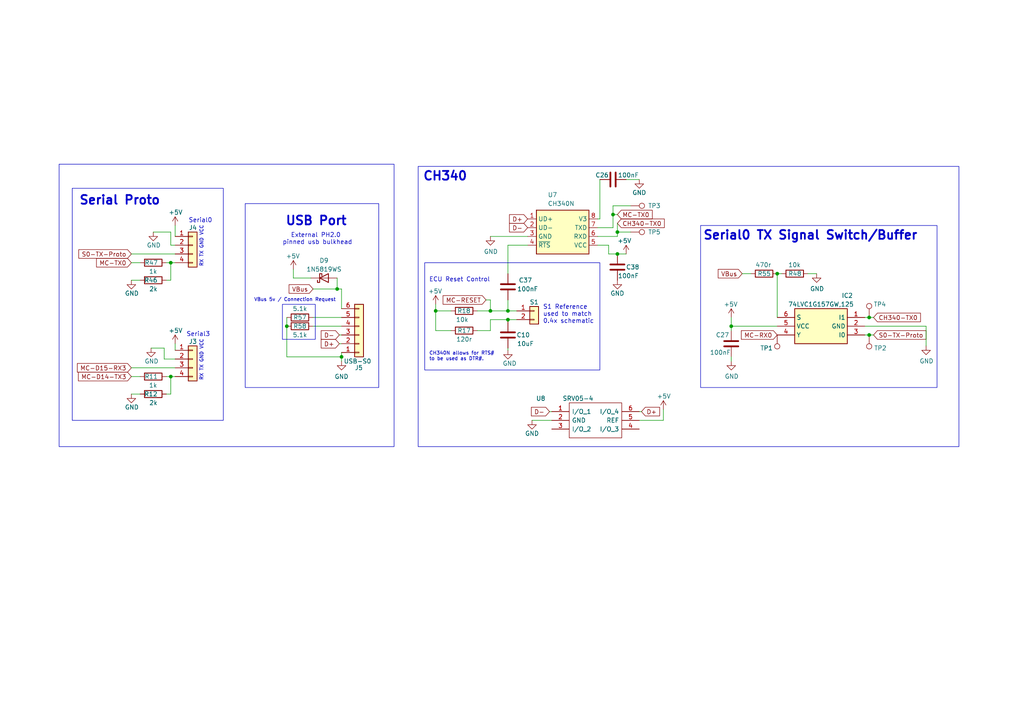
<source format=kicad_sch>
(kicad_sch (version 20250114) (generator "eeschema") (generator_version "9.0")
  (paper "A4")
  (title_block (title "Spark Gap x4") (date "2025-05-18") (rev "C") (company "OpenLogicEFI") (comment 1 "openlogicefi.com"))
  (lib_symbols
    (symbol "74LVC1G157GW_125:74LVC1G157GW,125"
      (property "Reference" "IC" (at 21.59 7.62 0))
      (property "Value" "74LVC1G157GW,125" (at 21.59 5.08 0))
      (symbol "74LVC1G157GW,125_1_1"
        (rectangle (start 5.08 2.54) (end 20.32 -7.62) (stroke (width 0.254)) (fill (type background)))
        (pin passive line (at 0 0 0) (length 5.08) (name "I1") (number "1"))
        (pin passive line (at 0 -2.54 0) (length 5.08) (name "GND") (number "2"))
        (pin passive line (at 0 -5.08 0) (length 5.08) (name "I0") (number "3"))
        (pin passive line (at 25.4 0 180) (length 5.08) (name "S") (number "6"))
        (pin passive line (at 25.4 -2.54 180) (length 5.08) (name "VCC") (number "5"))
        (pin passive line (at 25.4 -5.08 180) (length 5.08) (name "Y") (number "4"))
      )
    )
    (symbol "CH340C_1"
      (property "Reference" "U?" (at -4.3306 17.145 0))
      (property "Value" "CH340C_1" (at -4.3306 14.605 0))
      (symbol "CH340C_1_0_1"
        (rectangle (start -7.62 12.7) (end 7.62 0) (stroke (width 0.254)) (fill (type background)))
      )
      (symbol "CH340C_1_1_1"
        (pin bidirectional line (at -10.16 10.16 0) (length 2.54) (name "UD+") (number "1"))
        (pin bidirectional line (at -10.16 7.62 0) (length 2.54) (name "UD-") (number "2"))
        (pin power_in line (at -10.16 5.08 0) (length 2.54) (name "GND") (number "3"))
        (pin output line (at -10.16 2.54 0) (length 2.54) (name "~{RTS}") (number "4"))
        (pin passive line (at 10.16 10.16 180) (length 2.54) (name "V3") (number "8"))
        (pin output line (at 10.16 7.62 180) (length 2.54) (name "TXD") (number "7"))
        (pin input line (at 10.16 5.08 180) (length 2.54) (name "RXD") (number "6"))
        (pin power_in line (at 10.16 2.54 180) (length 2.54) (name "VCC") (number "5"))
      )
    )
    (symbol "Connector:TestPoint" (pin_numbers (hide yes)) (pin_names (offset 0.762) (hide yes))
      (property "Reference" "TP" (at 0 6.858 0))
      (property "Value" "TestPoint" (at 0 5.08 0))
      (symbol "TestPoint_0_1"
        (circle (center 0 3.302) (radius 0.762))
      )
      (symbol "TestPoint_1_1"
        (pin passive line (at 0 0 90) (length 2.54) (name "1") (number "1"))
      )
    )
    (symbol "Connector_Generic:Conn_01x02" (pin_names (offset 1.016) (hide yes))
      (property "Reference" "J" (at 0 2.54 0))
      (property "Value" "Conn_01x02" (at 0 -5.08 0))
      (symbol "Conn_01x02_1_1"
        (rectangle (start -1.27 1.27) (end 1.27 -3.81) (stroke (width 0.254)) (fill (type background)))
        (rectangle (start -1.27 0.127) (end 0 -0.127) (stroke (width 0.1524)))
        (rectangle (start -1.27 -2.413) (end 0 -2.667) (stroke (width 0.1524)))
        (pin passive line (at -5.08 0 0) (length 3.81) (name "Pin_1") (number "1"))
        (pin passive line (at -5.08 -2.54 0) (length 3.81) (name "Pin_2") (number "2"))
      )
    )
    (symbol "Connector_Generic:Conn_01x04" (pin_names (offset 1.016) (hide yes))
      (property "Reference" "J" (at 0 5.08 0))
      (property "Value" "Conn_01x04" (at 0 -7.62 0))
      (symbol "Conn_01x04_1_1"
        (rectangle (start -1.27 3.81) (end 1.27 -6.35) (stroke (width 0.254)) (fill (type background)))
        (rectangle (start -1.27 2.667) (end 0 2.413) (stroke (width 0.1524)))
        (rectangle (start -1.27 0.127) (end 0 -0.127) (stroke (width 0.1524)))
        (rectangle (start -1.27 -2.413) (end 0 -2.667) (stroke (width 0.1524)))
        (rectangle (start -1.27 -4.953) (end 0 -5.207) (stroke (width 0.1524)))
        (pin passive line (at -5.08 2.54 0) (length 3.81) (name "Pin_1") (number "1"))
        (pin passive line (at -5.08 0 0) (length 3.81) (name "Pin_2") (number "2"))
        (pin passive line (at -5.08 -2.54 0) (length 3.81) (name "Pin_3") (number "3"))
        (pin passive line (at -5.08 -5.08 0) (length 3.81) (name "Pin_4") (number "4"))
      )
    )
    (symbol "Connector_Generic:Conn_01x06" (pin_names (offset 1.016) (hide yes))
      (property "Reference" "J" (at 0 7.62 0))
      (property "Value" "Conn_01x06" (at 0 -10.16 0))
      (symbol "Conn_01x06_1_1"
        (rectangle (start -1.27 6.35) (end 1.27 -8.89) (stroke (width 0.254)) (fill (type background)))
        (rectangle (start -1.27 5.207) (end 0 4.953) (stroke (width 0.1524)))
        (rectangle (start -1.27 2.667) (end 0 2.413) (stroke (width 0.1524)))
        (rectangle (start -1.27 0.127) (end 0 -0.127) (stroke (width 0.1524)))
        (rectangle (start -1.27 -2.413) (end 0 -2.667) (stroke (width 0.1524)))
        (rectangle (start -1.27 -4.953) (end 0 -5.207) (stroke (width 0.1524)))
        (rectangle (start -1.27 -7.493) (end 0 -7.747) (stroke (width 0.1524)))
        (pin passive line (at -5.08 5.08 0) (length 3.81) (name "Pin_1") (number "1"))
        (pin passive line (at -5.08 2.54 0) (length 3.81) (name "Pin_2") (number "2"))
        (pin passive line (at -5.08 0 0) (length 3.81) (name "Pin_3") (number "3"))
        (pin passive line (at -5.08 -2.54 0) (length 3.81) (name "Pin_4") (number "4"))
        (pin passive line (at -5.08 -5.08 0) (length 3.81) (name "Pin_5") (number "5"))
        (pin passive line (at -5.08 -7.62 0) (length 3.81) (name "Pin_6") (number "6"))
      )
    )
    (symbol "Device:C" (pin_numbers (hide yes)) (pin_names (offset 0.254))
      (property "Reference" "C" (at 0.635 2.54 0))
      (property "Value" "C" (at 0.635 -2.54 0))
      (symbol "C_0_1"
        (polyline (pts (xy -2.032 0.762) (xy 2.032 0.762)) (stroke (width 0.508)))
        (polyline (pts (xy -2.032 -0.762) (xy 2.032 -0.762)) (stroke (width 0.508)))
      )
      (symbol "C_1_1"
        (pin passive line (at 0 3.81 270) (length 2.794) (name "~") (number "1"))
        (pin passive line (at 0 -3.81 90) (length 2.794) (name "~") (number "2"))
      )
    )
    (symbol "Device:D_Schottky" (pin_numbers (hide yes)) (pin_names (offset 1.016) (hide yes))
      (property "Reference" "D" (at 0 2.54 0))
      (property "Value" "D_Schottky" (at 0 -2.54 0))
      (symbol "D_Schottky_0_1"
        (polyline (pts (xy -1.905 0.635) (xy -1.905 1.27) (xy -1.27 1.27) (xy -1.27 -1.27) (xy -0.635 -1.27) (xy -0.635 -0.635)) (stroke (width 0.254)))
        (polyline (pts (xy 1.27 1.27) (xy 1.27 -1.27) (xy -1.27 0) (xy 1.27 1.27)) (stroke (width 0.254)))
        (polyline (pts (xy 1.27 0) (xy -1.27 0)))
      )
      (symbol "D_Schottky_1_1"
        (pin passive line (at -3.81 0 0) (length 2.54) (name "K") (number "1"))
        (pin passive line (at 3.81 0 180) (length 2.54) (name "A") (number "2"))
      )
    )
    (symbol "Device:R" (pin_numbers (hide yes)) (pin_names (offset 0))
      (property "Reference" "R" (at 2.032 0 90))
      (property "Value" "R" (at 0 0 90))
      (symbol "R_0_1"
        (rectangle (start -1.016 -2.54) (end 1.016 2.54) (stroke (width 0.254)))
      )
      (symbol "R_1_1"
        (pin passive line (at 0 3.81 270) (length 1.27) (name "~") (number "1"))
        (pin passive line (at 0 -3.81 90) (length 1.27) (name "~") (number "2"))
      )
    )
    (symbol "Pre_Ignition-rescue:SRV05-4-P-T7-SRV05-4-P-T7-Pre_Ignition-rescue-Pre_Ignition-rescue-Pre_Ignition-rescue" (pin_names (offset 0.762))
      (property "Reference" "U1" (at 1.905 3.81 0))
      (property "Value" "SRV05-4-P-T7" (at 12.7 3.81 0))
      (symbol "SRV05-4-P-T7-SRV05-4-P-T7-Pre_Ignition-rescue-Pre_Ignition-rescue-Pre_Ignition-rescue_0_0"
        (pin passive line (at 5.08 0 0) (length 5.08) (name "I/O_1") (number "1"))
        (pin passive line (at 5.08 -2.54 0) (length 5.08) (name "GND") (number "2"))
        (pin passive line (at 5.08 -5.08 0) (length 5.08) (name "I/O_2") (number "3"))
        (pin passive line (at 30.48 0 180) (length 5.08) (name "I/O_4") (number "6"))
        (pin passive line (at 30.48 -2.54 180) (length 5.08) (name "REF") (number "5"))
        (pin passive line (at 30.48 -5.08 180) (length 5.08) (name "I/O_3") (number "4"))
      )
      (symbol "SRV05-4-P-T7-SRV05-4-P-T7-Pre_Ignition-rescue-Pre_Ignition-rescue-Pre_Ignition-rescue_0_1"
        (polyline (pts (xy 10.16 2.54) (xy 25.4 2.54) (xy 25.4 -7.62) (xy 10.16 -7.62) (xy 10.16 2.54)) (stroke (width 0.1524)))
      )
    )
    (symbol "power:+5V" (power) (pin_names (offset 0))
      (property "Value" "+5V" (at 0 3.556 0))
      (symbol "+5V_0_1"
        (polyline (pts (xy -0.762 1.27) (xy 0 2.54)))
        (polyline (pts (xy 0 2.54) (xy 0.762 1.27)))
        (polyline (pts (xy 0 0) (xy 0 2.54)))
      )
      (symbol "+5V_1_1"
        (pin power_in line (at 0 0 90) (length 0) (hide yes) (name "+5V") (number "1"))
      )
    )
    (symbol "power:GND" (power) (pin_names (offset 0))
      (property "Value" "GND" (at 0 -3.81 0))
      (symbol "GND_0_1"
        (polyline (pts (xy 0 0) (xy 0 -1.27) (xy 1.27 -1.27) (xy 0 -2.54) (xy -1.27 -1.27) (xy 0 -1.27)))
      )
      (symbol "GND_1_1"
        (pin power_in line (at 0 0 270) (length 0) (hide yes) (name "GND") (number "1"))
      )
    )
  )
  (rectangle (start 121.285 48.26) (end 278.13 129.54))
  (rectangle (start 203.2 65.405) (end 271.78 112.395))
  (rectangle (start 81.915 88.265) (end 91.44 98.425))
  (rectangle (start 17.145 47.625) (end 114.3 129.54))
  (rectangle (start 71.12 59.055) (end 109.855 112.395))
  (rectangle (start 20.955 54.61) (end 64.77 121.92))
  (rectangle (start 123.19 76.2) (end 173.99 107.315))
  (text "CH340" (at 122.555 52.705 0) (effects (font (size 2.54 2.54) (thickness 0.508) (bold yes)) (justify left bottom)))
  (text "RX TX GND VCC" (at 59.055 65.405 90) (effects (font (size 1 1)) (justify right bottom)))
  (text "Serial3" (at 60.96 97.79 0) (effects (font (size 1.27 1.27)) (justify right bottom)))
  (text "S1 Reference\nused to match\n0.4x schematic" (at 157.48 93.98 0) (effects (font (size 1.27 1.27)) (justify left bottom)))
  (text "External PH2.0 \npinned usb bulkhead" (at 92.075 69.342 0) (effects (font (size 1.27 1.27))))
  (text "Serial0" (at 61.595 64.77 0) (effects (font (size 1.27 1.27)) (justify right bottom)))
  (text "ECU Reset Control" (at 124.46 81.915 0) (effects (font (size 1.25 1.25)) (justify left bottom)))
  (text "VBus 5v / Connection Request" (at 73.66 87.63 0) (effects (font (size 1 1)) (justify left bottom)))
  (text "RX TX GND VCC" (at 59.055 98.425 90) (effects (font (size 1 1)) (justify right bottom)))
  (text "Serial0 TX Signal Switch/Buffer" (at 203.835 69.85 0) (effects (font (size 2.54 2.54) (thickness 0.508) (bold yes)) (justify left bottom)))
  (text "USB Port" (at 82.677 65.659 0) (effects (font (size 2.54 2.54) (thickness 0.508) (bold yes)) (justify left bottom)))
  (text "CH340N allows for RTS#\nto be used as DTR#." (at 124.46 104.775 0) (effects (font (size 1 1)) (justify left bottom)))
  (text "Serial Proto" (at 22.86 59.69 0) (effects (font (size 2.54 2.54) (thickness 0.508) (bold yes)) (justify left bottom)))
  (junction (at 212.09 94.615))
  (junction (at 147.32 92.71))
  (junction (at 126.365 90.17))
  (junction (at 142.24 90.17))
  (junction (at 49.53 109.22))
  (junction (at 179.07 73.66))
  (junction (at 83.185 94.615))
  (junction (at 99.06 103.505))
  (junction (at 147.32 90.17))
  (junction (at 97.79 83.82))
  (junction (at 49.53 76.2))
  (junction (at 179.07 67.31))
  (junction (at 225.425 79.375))
  (junction (at 252.095 92.075))
  (junction (at 252.095 97.155))
  (junction (at 177.8 62.23))
  (wire (pts (xy 47.625 100.965) (xy 43.815 100.965)))
  (wire (pts (xy 48.26 114.3) (xy 49.53 114.3)))
  (wire (pts (xy 226.695 79.375) (xy 225.425 79.375)))
  (wire (pts (xy 252.095 97.155) (xy 250.825 97.155)))
  (wire (pts (xy 154.305 121.92) (xy 160.02 121.92)))
  (wire (pts (xy 47.625 104.14) (xy 47.625 100.965)))
  (wire (pts (xy 225.425 79.375) (xy 225.425 92.075)))
  (wire (pts (xy 85.09 80.645) (xy 90.17 80.645)))
  (wire (pts (xy 40.64 114.3) (xy 38.1 114.3)))
  (wire (pts (xy 138.43 90.17) (xy 142.24 90.17)))
  (wire (pts (xy 186.055 119.38) (xy 185.42 119.38)))
  (wire (pts (xy 126.365 88.265) (xy 126.365 90.17)))
  (wire (pts (xy 48.26 109.22) (xy 49.53 109.22)))
  (wire (pts (xy 142.24 86.995) (xy 142.24 90.17)))
  (wire (pts (xy 268.605 94.615) (xy 250.825 94.615)))
  (wire (pts (xy 159.385 119.38) (xy 160.02 119.38)))
  (wire (pts (xy 179.07 67.31) (xy 182.88 67.31)))
  (wire (pts (xy 40.64 109.22) (xy 38.1 109.22)))
  (wire (pts (xy 173.99 63.5) (xy 173.355 63.5)))
  (wire (pts (xy 83.185 94.615) (xy 83.185 103.505)))
  (wire (pts (xy 44.45 67.31) (xy 49.53 67.31)))
  (wire (pts (xy 97.79 80.645) (xy 97.79 83.82)))
  (wire (pts (xy 50.8 71.12) (xy 49.53 71.12)))
  (wire (pts (xy 185.42 52.07) (xy 181.61 52.07)))
  (wire (pts (xy 176.53 71.12) (xy 173.355 71.12)))
  (wire (pts (xy 212.09 92.075) (xy 212.09 94.615)))
  (wire (pts (xy 99.06 103.505) (xy 99.06 104.775)))
  (wire (pts (xy 83.185 92.075) (xy 83.185 94.615)))
  (wire (pts (xy 179.07 67.31) (xy 179.07 64.77)))
  (wire (pts (xy 179.07 68.58) (xy 173.355 68.58)))
  (wire (pts (xy 99.06 83.82) (xy 99.06 89.535)))
  (wire (pts (xy 38.1 81.28) (xy 40.64 81.28)))
  (wire (pts (xy 212.09 95.885) (xy 212.09 94.615)))
  (wire (pts (xy 50.8 99.695) (xy 50.8 101.6)))
  (wire (pts (xy 147.32 93.345) (xy 147.32 92.71)))
  (wire (pts (xy 50.8 104.14) (xy 47.625 104.14)))
  (wire (pts (xy 126.365 90.17) (xy 126.365 95.885)))
  (wire (pts (xy 90.805 92.075) (xy 99.06 92.075)))
  (wire (pts (xy 147.32 71.12) (xy 147.32 79.375)))
  (wire (pts (xy 142.24 92.71) (xy 147.32 92.71)))
  (wire (pts (xy 225.425 94.615) (xy 212.09 94.615)))
  (wire (pts (xy 192.405 121.92) (xy 185.42 121.92)))
  (wire (pts (xy 98.425 99.695) (xy 99.06 99.695)))
  (wire (pts (xy 97.79 83.82) (xy 99.06 83.82)))
  (wire (pts (xy 49.53 81.28) (xy 49.53 76.2)))
  (wire (pts (xy 253.365 92.075) (xy 252.095 92.075)))
  (wire (pts (xy 236.855 79.375) (xy 234.315 79.375)))
  (wire (pts (xy 177.8 59.69) (xy 182.88 59.69)))
  (wire (pts (xy 98.425 97.155) (xy 99.06 97.155)))
  (wire (pts (xy 99.06 102.235) (xy 99.06 103.505)))
  (wire (pts (xy 48.26 76.2) (xy 49.53 76.2)))
  (wire (pts (xy 142.24 95.885) (xy 138.43 95.885)))
  (wire (pts (xy 177.8 66.04) (xy 173.355 66.04)))
  (wire (pts (xy 212.09 104.775) (xy 212.09 103.505)))
  (wire (pts (xy 140.97 86.995) (xy 142.24 86.995)))
  (wire (pts (xy 147.32 101.6) (xy 147.32 100.965)))
  (wire (pts (xy 147.32 86.995) (xy 147.32 90.17)))
  (wire (pts (xy 48.26 81.28) (xy 49.53 81.28)))
  (wire (pts (xy 179.07 62.23) (xy 177.8 62.23)))
  (wire (pts (xy 38.1 106.68) (xy 50.8 106.68)))
  (wire (pts (xy 142.24 68.58) (xy 153.035 68.58)))
  (wire (pts (xy 176.53 73.66) (xy 176.53 71.12)))
  (wire (pts (xy 49.53 67.31) (xy 49.53 71.12)))
  (wire (pts (xy 192.405 118.745) (xy 192.405 121.92)))
  (wire (pts (xy 173.99 52.07) (xy 173.99 63.5)))
  (wire (pts (xy 126.365 90.17) (xy 130.81 90.17)))
  (wire (pts (xy 83.185 103.505) (xy 99.06 103.505)))
  (wire (pts (xy 142.24 92.71) (xy 142.24 95.885)))
  (wire (pts (xy 253.365 97.155) (xy 252.095 97.155)))
  (wire (pts (xy 50.8 68.58) (xy 50.8 65.405)))
  (wire (pts (xy 252.095 92.075) (xy 250.825 92.075)))
  (wire (pts (xy 217.805 79.375) (xy 215.265 79.375)))
  (wire (pts (xy 147.32 90.17) (xy 149.86 90.17)))
  (wire (pts (xy 177.8 62.23) (xy 177.8 66.04)))
  (wire (pts (xy 176.53 73.66) (xy 179.07 73.66)))
  (wire (pts (xy 181.61 73.66) (xy 179.07 73.66)))
  (wire (pts (xy 177.8 59.69) (xy 177.8 62.23)))
  (wire (pts (xy 126.365 95.885) (xy 130.81 95.885)))
  (wire (pts (xy 179.07 67.31) (xy 179.07 68.58)))
  (wire (pts (xy 38.1 76.2) (xy 40.64 76.2)))
  (wire (pts (xy 49.53 114.3) (xy 49.53 109.22)))
  (wire (pts (xy 142.24 90.17) (xy 147.32 90.17)))
  (wire (pts (xy 90.805 83.82) (xy 97.79 83.82)))
  (wire (pts (xy 147.32 92.71) (xy 149.86 92.71)))
  (wire (pts (xy 268.605 94.615) (xy 268.605 100.33)))
  (wire (pts (xy 90.805 94.615) (xy 99.06 94.615)))
  (wire (pts (xy 38.1 73.66) (xy 50.8 73.66)))
  (wire (pts (xy 49.53 109.22) (xy 50.8 109.22)))
  (wire (pts (xy 85.09 78.105) (xy 85.09 80.645)))
  (wire (pts (xy 147.32 71.12) (xy 153.035 71.12)))
  (wire (pts (xy 49.53 76.2) (xy 50.8 76.2)))
  (global_label "D+" (shape input) (at 98.425 99.695 180) (property "Intersheetrefs" "${INTERSHEET_REFS}" (effects (hide yes))))
  (global_label "D-" (shape input) (at 159.385 119.38 180) (property "Intersheetrefs" "${INTERSHEET_REFS}" (effects (hide yes))))
  (global_label "MC-TX0" (shape input) (at 179.07 62.23 0) (property "Intersheetrefs" "${INTERSHEET_REFS}" (effects (hide yes))))
  (global_label "MC-TX0" (shape input) (at 38.1 76.2 180) (property "Intersheetrefs" "${INTERSHEET_REFS}" (effects (hide yes))))
  (global_label "MC-RESET" (shape input) (at 140.97 86.995 180) (property "Intersheetrefs" "${INTERSHEET_REFS}" (effects (hide yes))))
  (global_label "D-" (shape input) (at 153.035 66.04 180) (property "Intersheetrefs" "${INTERSHEET_REFS}" (effects (hide yes))))
  (global_label "CH340-TX0" (shape input) (at 179.07 64.77 0) (property "Intersheetrefs" "${INTERSHEET_REFS}" (effects (hide yes))))
  (global_label "S0-TX-Proto" (shape input) (at 253.365 97.155 0) (property "Intersheetrefs" "${INTERSHEET_REFS}" (effects (hide yes))))
  (global_label "D-" (shape input) (at 98.425 97.155 180) (property "Intersheetrefs" "${INTERSHEET_REFS}" (effects (hide yes))))
  (global_label "VBus" (shape input) (at 90.805 83.82 180) (property "Intersheetrefs" "${INTERSHEET_REFS}" (effects (hide yes))))
  (global_label "VBus" (shape input) (at 215.265 79.375 180) (property "Intersheetrefs" "${INTERSHEET_REFS}" (effects (hide yes))))
  (global_label "D+" (shape input) (at 153.035 63.5 180) (property "Intersheetrefs" "${INTERSHEET_REFS}" (effects (hide yes))))
  (global_label "CH340-TX0" (shape input) (at 253.365 92.075 0) (property "Intersheetrefs" "${INTERSHEET_REFS}" (effects (hide yes))))
  (global_label "D+" (shape input) (at 186.055 119.38 0) (property "Intersheetrefs" "${INTERSHEET_REFS}" (effects (hide yes))))
  (global_label "MC-D15-RX3" (shape input) (at 38.1 106.68 180) (property "Intersheetrefs" "${INTERSHEET_REFS}" (effects (hide yes))))
  (global_label "S0-TX-Proto" (shape input) (at 38.1 73.66 180) (property "Intersheetrefs" "${INTERSHEET_REFS}" (effects (hide yes))))
  (global_label "MC-RX0" (shape input) (at 225.425 97.155 180) (property "Intersheetrefs" "${INTERSHEET_REFS}" (effects (hide yes))))
  (global_label "MC-D14-TX3" (shape input) (at 38.1 109.22 180) (property "Intersheetrefs" "${INTERSHEET_REFS}" (effects (hide yes))))
  (symbol (lib_id "Device:R") (at 86.995 92.075 270) (mirror x) (unit 1)
    (property "Reference" "R57" (at 86.995 92.075 90))
    (property "Value" "5.1k" (at 86.995 89.535 90))
    (property "Footprint" "Resistor_SMD:R_0402_1005Metric" (effects (hide yes)))
    (property "LCSC" "C25905" (effects (hide yes)))
    (property "Manufacture Part Number" "0402WGF5101TCE" (effects (hide yes)))
  )
  (symbol (lib_id "Device:R") (at 44.45 114.3 270) (unit 1)
    (property "Reference" "R12" (at 45.72 114.3 90) (effects (justify right)))
    (property "Value" "2k" (at 45.72 116.84 90) (effects (justify right)))
    (property "Footprint" "Resistor_SMD:R_0402_1005Metric" (effects (hide yes)))
    (property "LCSC" "C4109" (effects (hide yes)))
    (property "Manufacture Part Number" "0402WGF2001TCE" (effects (hide yes)))
  )
  (symbol (lib_id "Connector:TestPoint") (at 252.095 92.075 0) (unit 1)
    (property "Reference" "TP4" (at 253.365 88.265 0) (effects (justify left)))
    (property "Value" "TestPoint" (effects (hide yes)))
    (property "Footprint" "Detonation:TestPoint_THT_D0.6mm_Drill0.3mm" (effects (hide yes)))
  )
  (symbol (lib_id "Device:R") (at 134.62 95.885 270) (unit 1)
    (property "Reference" "R17" (at 134.62 95.885 90))
    (property "Value" "120r" (at 134.62 98.425 90))
    (property "Footprint" "Resistor_SMD:R_0603_1608Metric" (effects (hide yes)))
    (property "LCSC" "C22787" (effects (hide yes)))
    (property "Manufacture Part Number" "0402WGF4700TCE" (effects (hide yes)))
  )
  (symbol (lib_id "Device:R") (at 134.62 90.17 90) (mirror x) (unit 1)
    (property "Reference" "R18" (at 136.525 90.17 90) (effects (justify left)))
    (property "Value" "10k" (at 135.89 92.71 90) (effects (justify left)))
    (property "Footprint" "Resistor_SMD:R_0402_1005Metric" (effects (hide yes)))
    (property "LCSC" "C25744" (effects (hide yes)))
    (property "Manufacture Part Number" "0402WGF1002TCE" (effects (hide yes)))
  )
  (symbol (lib_id "power:+5V") (at 192.405 118.745 0) (unit 1)
    (property "Reference" "#PWR057" (effects (hide yes)))
    (property "Value" "+5V" (at 190.5 114.935 0) (effects (justify left)))
  )
  (symbol (lib_id "Device:C") (at 177.8 52.07 90) (mirror x) (unit 1)
    (property "Reference" "C26" (at 174.625 50.8 90))
    (property "Value" "100nF" (at 182.245 50.8 90))
    (property "Footprint" "Capacitor_SMD:C_0402_1005Metric" (effects (hide yes)))
    (property "LCSC" "C307331" (effects (hide yes)))
    (property "Manufacture Part Number" "CL05B104KB54PNC" (effects (hide yes)))
  )
  (symbol (lib_id "power:GND") (at 44.45 67.31 0) (mirror y) (unit 1)
    (property "Reference" "#PWR0117" (effects (hide yes)))
    (property "Value" "GND" (at 42.545 71.12 0) (effects (justify right)))
  )
  (symbol (lib_id "Connector_Generic:Conn_01x02") (at 154.94 90.17 0) (unit 1) (in_bom no)
    (property "Reference" "S1" (at 154.94 87.63 0))
    (property "Value" "Reset Control" (effects (hide yes)))
    (property "Footprint" "Connector_PinHeader_2.54mm:PinHeader_1x02_P2.54mm_Horizontal" (effects (hide yes)))
  )
  (symbol (lib_id "power:GND") (at 212.09 104.775 0) (unit 1)
    (property "Reference" "#PWR024" (effects (hide yes)))
    (property "Value" "GND" (at 212.217 109.1692 0))
  )
  (symbol (lib_id "Connector_Generic:Conn_01x06") (at 104.14 97.155 0) (mirror x) (unit 1) (in_bom no)
    (property "Reference" "J5" (at 102.87 106.68 0) (effects (justify left)))
    (property "Value" "USB-S0" (at 99.695 104.775 0) (effects (justify left)))
    (property "Footprint" "Connector_JST:JST_PH_B6B-PH-K_1x06_P2.00mm_Vertical" (effects (hide yes)))
  )
  (symbol (lib_id "Device:R") (at 221.615 79.375 270) (mirror x) (unit 1)
    (property "Reference" "R55" (at 219.71 79.375 90) (effects (justify left)))
    (property "Value" "470r" (at 219.075 76.835 90) (effects (justify left)))
    (property "Footprint" "Resistor_SMD:R_0402_1005Metric" (effects (hide yes)))
    (property "LCSC" "C25117" (effects (hide yes)))
    (property "Manufacture Part Number" "0402WGF4700TCE" (effects (hide yes)))
  )
  (symbol (lib_id "power:GND") (at 38.1 81.28 0) (mirror y) (unit 1)
    (property "Reference" "#PWR01" (effects (hide yes)))
    (property "Value" "GND" (at 36.195 85.09 0) (effects (justify right)))
  )
  (symbol (lib_id "power:GND") (at 43.815 100.965 0) (mirror y) (unit 1)
    (property "Reference" "#PWR0124" (effects (hide yes)))
    (property "Value" "GND" (at 41.91 104.775 0) (effects (justify right)))
  )
  (symbol (lib_id "Device:C") (at 212.09 99.695 180) (unit 1)
    (property "Reference" "C27" (at 209.55 97.155 0))
    (property "Value" "100nF" (at 208.915 102.235 0))
    (property "Footprint" "Capacitor_SMD:C_0402_1005Metric" (effects (hide yes)))
    (property "LCSC" "C307331" (effects (hide yes)))
    (property "Manufacture Part Number" "CL05B104KB54PNC" (effects (hide yes)))
  )
  (symbol (lib_id "Connector_Generic:Conn_01x04") (at 55.88 104.14 0) (unit 1) (in_bom no)
    (property "Reference" "J3" (at 57.15 99.06 0) (effects (justify right)))
    (property "Value" "Conn_01x04" (effects (hide yes)))
    (property "Footprint" "Detonation:1X4-PROTO-NoSilk" (effects (hide yes)))
  )
  (symbol (lib_id "power:GND") (at 38.1 114.3 0) (mirror y) (unit 1)
    (property "Reference" "#PWR023" (effects (hide yes)))
    (property "Value" "GND" (at 36.195 118.11 0) (effects (justify right)))
  )
  (symbol (lib_id "Device:R") (at 44.45 81.28 270) (unit 1)
    (property "Reference" "R46" (at 45.72 81.28 90) (effects (justify right)))
    (property "Value" "2k" (at 45.72 83.82 90) (effects (justify right)))
    (property "Footprint" "Resistor_SMD:R_0402_1005Metric" (effects (hide yes)))
    (property "LCSC" "C4109" (effects (hide yes)))
    (property "Manufacture Part Number" "0402WGF2001TCE" (effects (hide yes)))
  )
  (symbol (lib_id "Pre_Ignition-rescue:SRV05-4-P-T7-SRV05-4-P-T7-Pre_Ignition-rescue-Pre_Ignition-rescue-Pre_Ignition-rescue") (at 154.94 119.38 0) (unit 1)
    (property "Reference" "U8" (at 156.845 115.57 0))
    (property "Value" "SRV05-4" (at 167.64 115.57 0))
    (property "Footprint" "Package_TO_SOT_SMD:SOT-23-6" (effects (hide yes)))
    (property "Datasheet" "http://www.onsemi.com/pub/Collateral/SRV05-4-D.PDF" (effects (hide yes)))
    (property "LCSC" "C20615829" (effects (hide yes)))
  )
  (symbol (lib_id "Device:C") (at 179.07 77.47 0) (mirror y) (unit 1)
    (property "Reference" "C38" (at 183.515 77.47 0))
    (property "Value" "100nF" (at 182.245 80.01 0))
    (property "Footprint" "Capacitor_SMD:C_0402_1005Metric" (effects (hide yes)))
    (property "LCSC" "C307331" (effects (hide yes)))
    (property "Manufacture Part Number" "CL05B104KB54PNC" (effects (hide yes)))
  )
  (symbol (lib_id "Device:D_Schottky") (at 93.98 80.645 0) (mirror x) (unit 1)
    (property "Reference" "D9" (at 93.98 75.565 0))
    (property "Value" "1N5819WS" (at 93.98 78.105 0))
    (property "Footprint" "Diode_SMD:D_SOD-323" (effects (hide yes)))
    (property "LCSC" "C7420326" (effects (hide yes)))
    (property "Manufacture Part Number" "1N5819WS" (effects (hide yes)))
  )
  (symbol (lib_id "power:+5V") (at 50.8 65.405 0) (unit 1)
    (property "Reference" "#PWR02" (effects (hide yes)))
    (property "Value" "+5V" (at 48.895 61.595 0) (effects (justify left)))
  )
  (symbol (lib_id "power:GND") (at 147.32 101.6 0) (unit 1)
    (property "Reference" "#PWR049" (effects (hide yes)))
    (property "Value" "GND" (at 149.86 105.41 0) (effects (justify right)))
  )
  (symbol (lib_id "power:GND") (at 236.855 79.375 0) (unit 1)
    (property "Reference" "#PWR022" (effects (hide yes)))
    (property "Value" "GND" (at 236.982 83.7692 0))
  )
  (symbol (lib_id "power:GND") (at 179.07 81.28 0) (unit 1)
    (property "Reference" "#PWR0127" (effects (hide yes)))
    (property "Value" "GND" (at 179.07 85.09 0))
  )
  (symbol (lib_id "Connector:TestPoint") (at 225.425 97.155 180) (unit 1)
    (property "Reference" "TP1" (at 224.155 100.965 0) (effects (justify left)))
    (property "Value" "TestPoint" (effects (hide yes)))
    (property "Footprint" "Detonation:TestPoint_THT_D0.6mm_Drill0.3mm" (effects (hide yes)))
  )
  (symbol (lib_id "Connector:TestPoint") (at 182.88 67.31 270) (unit 1)
    (property "Reference" "TP5" (at 187.96 67.31 90) (effects (justify left)))
    (property "Value" "TestPoint" (effects (hide yes)))
    (property "Footprint" "Detonation:TestPoint_THT_D0.6mm_Drill0.3mm" (effects (hide yes)))
  )
  (symbol (lib_id "74LVC1G157GW_125:74LVC1G157GW,125") (at 250.825 92.075 0) (mirror y) (unit 1)
    (property "Reference" "IC2" (at 245.745 85.725 0))
    (property "Value" "74LVC1G157GW,125" (at 238.125 88.265 0))
    (property "Footprint" "Detonation:SOP65P210X110-6N" (effects (hide yes)))
    (property "Datasheet" "https://assets.nexperia.com/documents/data-sheet/74LVC1G157.pdf" (effects (hide yes)))
    (property "Height" "1.1" (effects (hide yes)))
    (property "Manufacturer_Name" "Nexperia" (effects (hide yes)))
    (property "LCSC" "C135822" (effects (hide yes)))
    (property "Manufacture Part Number" "74LVC1G157GW,125" (effects (hide yes)))
  )
  (symbol (lib_id "Connector:TestPoint") (at 182.88 59.69 270) (unit 1)
    (property "Reference" "TP3" (at 187.96 59.69 90) (effects (justify left)))
    (property "Value" "TestPoint" (effects (hide yes)))
    (property "Footprint" "Detonation:TestPoint_THT_D0.6mm_Drill0.3mm" (effects (hide yes)))
  )
  (symbol (lib_id "Connector_Generic:Conn_01x04") (at 55.88 71.12 0) (unit 1) (in_bom no)
    (property "Reference" "J4" (at 57.15 66.04 0) (effects (justify right)))
    (property "Value" "Conn_01x04" (effects (hide yes)))
    (property "Footprint" "Detonation:1X4-PROTO-NoSilk" (effects (hide yes)))
  )
  (symbol (lib_id "Device:C") (at 147.32 83.185 0) (unit 1)
    (property "Reference" "C37" (at 152.4 81.28 0))
    (property "Value" "100nF" (at 153.035 83.82 0))
    (property "Footprint" "Capacitor_SMD:C_0402_1005Metric" (effects (hide yes)))
    (property "LCSC" "C307331" (effects (hide yes)))
    (property "Manufacture Part Number" "CL05B104KB54PNC" (effects (hide yes)))
  )
  (symbol (lib_id "power:GND") (at 99.06 104.775 0) (mirror y) (unit 1)
    (property "Reference" "#PWR048" (effects (hide yes)))
    (property "Value" "GND" (at 99.06 109.22 0))
  )
  (symbol (lib_id "power:+5V") (at 50.8 99.695 0) (unit 1)
    (property "Reference" "#PWR0125" (effects (hide yes)))
    (property "Value" "+5V" (at 48.895 95.885 0) (effects (justify left)))
  )
  (symbol (lib_id "Device:C") (at 147.32 97.155 0) (mirror y) (unit 1)
    (property "Reference" "C10" (at 151.765 97.155 0))
    (property "Value" "10uF" (at 152.4 99.695 0))
    (property "Footprint" "Capacitor_SMD:C_0603_1608Metric" (effects (hide yes)))
    (property "LCSC" "C19702" (effects (hide yes)))
    (property "Manufacture Part Number" "CL10A106KP8NNNC" (effects (hide yes)))
  )
  (symbol (lib_id "power:+5V") (at 126.365 88.265 0) (unit 1)
    (property "Reference" "#PWR0120" (effects (hide yes)))
    (property "Value" "+5V" (at 128.27 84.455 0) (effects (justify right)))
  )
  (symbol (lib_id "Device:R") (at 86.995 94.615 270) (mirror x) (unit 1)
    (property "Reference" "R58" (at 86.995 94.615 90))
    (property "Value" "5.1k" (at 86.995 97.155 90))
    (property "Footprint" "Resistor_SMD:R_0402_1005Metric" (effects (hide yes)))
    (property "LCSC" "C25905" (effects (hide yes)))
    (property "Manufacture Part Number" "0402WGF5101TCE" (effects (hide yes)))
  )
  (symbol (lib_id "power:GND") (at 268.605 100.33 0) (unit 1)
    (property "Reference" "#PWR029" (effects (hide yes)))
    (property "Value" "GND" (at 268.732 104.7242 0))
  )
  (symbol (lib_id "power:GND") (at 142.24 68.58 0) (unit 1)
    (property "Reference" "#PWR0116" (effects (hide yes)))
    (property "Value" "GND" (at 142.367 72.9742 0))
  )
  (symbol (lib_id "power:GND") (at 185.42 52.07 0) (unit 1)
    (property "Reference" "#PWR0122" (effects (hide yes)))
    (property "Value" "GND" (at 185.42 55.88 0))
  )
  (symbol (lib_id "power:+5V") (at 181.61 73.66 0) (mirror y) (unit 1)
    (property "Reference" "#PWR0126" (effects (hide yes)))
    (property "Value" "+5V" (at 179.07 69.85 0) (effects (justify right)))
  )
  (symbol (lib_id "Device:R") (at 230.505 79.375 270) (unit 1)
    (property "Reference" "R48" (at 228.6 79.375 90) (effects (justify left)))
    (property "Value" "10k" (at 228.6 76.835 90) (effects (justify left)))
    (property "Footprint" "Resistor_SMD:R_0402_1005Metric" (effects (hide yes)))
    (property "LCSC" "C25744" (effects (hide yes)))
    (property "Manufacture Part Number" "0402WGF1002TCE" (effects (hide yes)))
  )
  (symbol (lib_name "CH340C_1") (lib_id "Interface_USB:CH340C") (at 163.195 73.66 0) (unit 1)
    (property "Reference" "U7" (at 158.8644 56.515 0) (effects (justify left)))
    (property "Value" "CH340N" (at 158.8644 59.055 0) (effects (justify left)))
    (property "Footprint" "Package_SO:SOIC-8_3.9x4.9mm_P1.27mm" (effects (hide yes)))
    (property "LCSC" "C2977777" (effects (hide yes)))
  )
  (symbol (lib_id "Device:R") (at 44.45 76.2 90) (unit 1)
    (property "Reference" "R47" (at 41.91 76.2 90) (effects (justify right)))
    (property "Value" "1k" (at 43.18 78.74 90) (effects (justify right)))
    (property "Footprint" "Resistor_SMD:R_0402_1005Metric" (effects (hide yes)))
    (property "LCSC" "C11702" (effects (hide yes)))
    (property "Manufacture Part Number" "0402WGF1001TCE" (effects (hide yes)))
  )
  (symbol (lib_id "Connector:TestPoint") (at 252.095 97.155 180) (unit 1)
    (property "Reference" "TP2" (at 257.175 100.965 0) (effects (justify left)))
    (property "Value" "TestPoint" (effects (hide yes)))
    (property "Footprint" "Detonation:TestPoint_THT_D0.6mm_Drill0.3mm" (effects (hide yes)))
  )
  (symbol (lib_id "power:GND") (at 154.305 121.92 0) (unit 1)
    (property "Reference" "#PWR056" (effects (hide yes)))
    (property "Value" "GND" (at 154.305 125.73 0))
  )
  (symbol (lib_id "Device:R") (at 44.45 109.22 90) (unit 1)
    (property "Reference" "R11" (at 41.91 109.22 90) (effects (justify right)))
    (property "Value" "1k" (at 43.18 111.76 90) (effects (justify right)))
    (property "Footprint" "Resistor_SMD:R_0402_1005Metric" (effects (hide yes)))
    (property "LCSC" "C11702" (effects (hide yes)))
    (property "Manufacture Part Number" "0402WGF1001TCE" (effects (hide yes)))
  )
  (symbol (lib_id "power:+5V") (at 212.09 92.075 0) (mirror y) (unit 1)
    (property "Reference" "#PWR025" (effects (hide yes)))
    (property "Value" "+5V" (at 213.995 88.265 0) (effects (justify left)))
  )
  (symbol (lib_id "power:+5V") (at 85.09 78.105 0) (mirror y) (unit 1)
    (property "Reference" "#PWR016" (effects (hide yes)))
    (property "Value" "+5V" (at 86.995 74.295 0) (effects (justify left)))
  )
)
</source>
